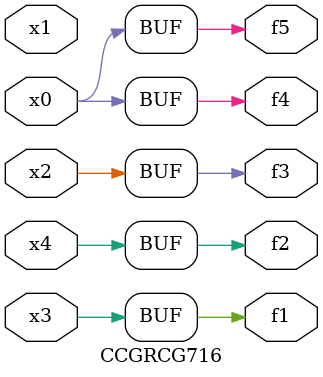
<source format=v>
module CCGRCG716(
	input x0, x1, x2, x3, x4,
	output f1, f2, f3, f4, f5
);
	assign f1 = x3;
	assign f2 = x4;
	assign f3 = x2;
	assign f4 = x0;
	assign f5 = x0;
endmodule

</source>
